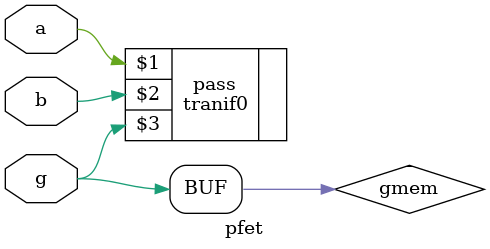
<source format=v>

module pfet (g, a, b);

	input g; 		// Gate
	inout a; 		// Source/Drain
	inout b; 		// Drain/Source

	reg gmem; 		// Gate memory

	initial begin
		gmem <= 1'b0;
	end

	always @(g) begin
		if ( g == 1'b0 || g == 1'b1 )
			gmem <= g;
		else
			gmem <= gmem;
	end

	tranif0 pass (a, b, gmem);

endmodule // nfet

</source>
